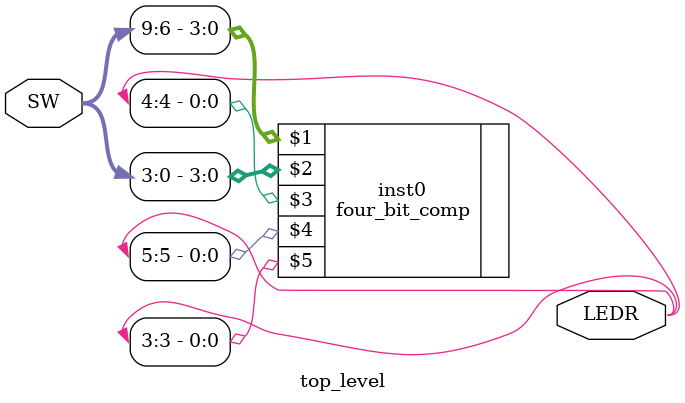
<source format=v>
module top_level (SW,LEDR);

input wire [9:0] SW;
output wire [5:3] LEDR;

four_bit_comp inst0 (SW[9:6],SW[3:0],LEDR[4],LEDR[5],LEDR[3]);

endmodule 
</source>
